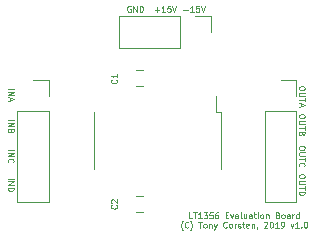
<source format=gbr>
G04 #@! TF.GenerationSoftware,KiCad,Pcbnew,(5.0.2)-1*
G04 #@! TF.CreationDate,2019-08-11T23:38:39-04:00*
G04 #@! TF.ProjectId,LT1356,4c543133-3536-42e6-9b69-6361645f7063,rev?*
G04 #@! TF.SameCoordinates,Original*
G04 #@! TF.FileFunction,Legend,Top*
G04 #@! TF.FilePolarity,Positive*
%FSLAX46Y46*%
G04 Gerber Fmt 4.6, Leading zero omitted, Abs format (unit mm)*
G04 Created by KiCad (PCBNEW (5.0.2)-1) date 8/11/2019 11:38:39 PM*
%MOMM*%
%LPD*%
G01*
G04 APERTURE LIST*
%ADD10C,0.060000*%
%ADD11C,0.120000*%
G04 APERTURE END LIST*
D10*
X135401809Y-88277000D02*
X135401809Y-88372238D01*
X135378000Y-88419857D01*
X135330380Y-88467476D01*
X135235142Y-88491285D01*
X135068476Y-88491285D01*
X134973238Y-88467476D01*
X134925619Y-88419857D01*
X134901809Y-88372238D01*
X134901809Y-88277000D01*
X134925619Y-88229380D01*
X134973238Y-88181761D01*
X135068476Y-88157952D01*
X135235142Y-88157952D01*
X135330380Y-88181761D01*
X135378000Y-88229380D01*
X135401809Y-88277000D01*
X135401809Y-88705571D02*
X134997047Y-88705571D01*
X134949428Y-88729380D01*
X134925619Y-88753190D01*
X134901809Y-88800809D01*
X134901809Y-88896047D01*
X134925619Y-88943666D01*
X134949428Y-88967476D01*
X134997047Y-88991285D01*
X135401809Y-88991285D01*
X135401809Y-89157952D02*
X135401809Y-89443666D01*
X134901809Y-89300809D02*
X135401809Y-89300809D01*
X134901809Y-89610333D02*
X135401809Y-89610333D01*
X135401809Y-89729380D01*
X135378000Y-89800809D01*
X135330380Y-89848428D01*
X135282761Y-89872238D01*
X135187523Y-89896047D01*
X135116095Y-89896047D01*
X135020857Y-89872238D01*
X134973238Y-89848428D01*
X134925619Y-89800809D01*
X134901809Y-89729380D01*
X134901809Y-89610333D01*
X135401809Y-85864000D02*
X135401809Y-85959238D01*
X135378000Y-86006857D01*
X135330380Y-86054476D01*
X135235142Y-86078285D01*
X135068476Y-86078285D01*
X134973238Y-86054476D01*
X134925619Y-86006857D01*
X134901809Y-85959238D01*
X134901809Y-85864000D01*
X134925619Y-85816380D01*
X134973238Y-85768761D01*
X135068476Y-85744952D01*
X135235142Y-85744952D01*
X135330380Y-85768761D01*
X135378000Y-85816380D01*
X135401809Y-85864000D01*
X135401809Y-86292571D02*
X134997047Y-86292571D01*
X134949428Y-86316380D01*
X134925619Y-86340190D01*
X134901809Y-86387809D01*
X134901809Y-86483047D01*
X134925619Y-86530666D01*
X134949428Y-86554476D01*
X134997047Y-86578285D01*
X135401809Y-86578285D01*
X135401809Y-86744952D02*
X135401809Y-87030666D01*
X134901809Y-86887809D02*
X135401809Y-86887809D01*
X134949428Y-87483047D02*
X134925619Y-87459238D01*
X134901809Y-87387809D01*
X134901809Y-87340190D01*
X134925619Y-87268761D01*
X134973238Y-87221142D01*
X135020857Y-87197333D01*
X135116095Y-87173523D01*
X135187523Y-87173523D01*
X135282761Y-87197333D01*
X135330380Y-87221142D01*
X135378000Y-87268761D01*
X135401809Y-87340190D01*
X135401809Y-87387809D01*
X135378000Y-87459238D01*
X135354190Y-87483047D01*
X135401809Y-83197000D02*
X135401809Y-83292238D01*
X135378000Y-83339857D01*
X135330380Y-83387476D01*
X135235142Y-83411285D01*
X135068476Y-83411285D01*
X134973238Y-83387476D01*
X134925619Y-83339857D01*
X134901809Y-83292238D01*
X134901809Y-83197000D01*
X134925619Y-83149380D01*
X134973238Y-83101761D01*
X135068476Y-83077952D01*
X135235142Y-83077952D01*
X135330380Y-83101761D01*
X135378000Y-83149380D01*
X135401809Y-83197000D01*
X135401809Y-83625571D02*
X134997047Y-83625571D01*
X134949428Y-83649380D01*
X134925619Y-83673190D01*
X134901809Y-83720809D01*
X134901809Y-83816047D01*
X134925619Y-83863666D01*
X134949428Y-83887476D01*
X134997047Y-83911285D01*
X135401809Y-83911285D01*
X135401809Y-84077952D02*
X135401809Y-84363666D01*
X134901809Y-84220809D02*
X135401809Y-84220809D01*
X135163714Y-84697000D02*
X135139904Y-84768428D01*
X135116095Y-84792238D01*
X135068476Y-84816047D01*
X134997047Y-84816047D01*
X134949428Y-84792238D01*
X134925619Y-84768428D01*
X134901809Y-84720809D01*
X134901809Y-84530333D01*
X135401809Y-84530333D01*
X135401809Y-84697000D01*
X135378000Y-84744619D01*
X135354190Y-84768428D01*
X135306571Y-84792238D01*
X135258952Y-84792238D01*
X135211333Y-84768428D01*
X135187523Y-84744619D01*
X135163714Y-84697000D01*
X135163714Y-84530333D01*
X135401809Y-80819714D02*
X135401809Y-80914952D01*
X135378000Y-80962571D01*
X135330380Y-81010190D01*
X135235142Y-81034000D01*
X135068476Y-81034000D01*
X134973238Y-81010190D01*
X134925619Y-80962571D01*
X134901809Y-80914952D01*
X134901809Y-80819714D01*
X134925619Y-80772095D01*
X134973238Y-80724476D01*
X135068476Y-80700666D01*
X135235142Y-80700666D01*
X135330380Y-80724476D01*
X135378000Y-80772095D01*
X135401809Y-80819714D01*
X135401809Y-81248285D02*
X134997047Y-81248285D01*
X134949428Y-81272095D01*
X134925619Y-81295904D01*
X134901809Y-81343523D01*
X134901809Y-81438761D01*
X134925619Y-81486380D01*
X134949428Y-81510190D01*
X134997047Y-81534000D01*
X135401809Y-81534000D01*
X135401809Y-81700666D02*
X135401809Y-81986380D01*
X134901809Y-81843523D02*
X135401809Y-81843523D01*
X135044666Y-82129238D02*
X135044666Y-82367333D01*
X134901809Y-82081619D02*
X135401809Y-82248285D01*
X134901809Y-82414952D01*
X110263809Y-88515095D02*
X110763809Y-88515095D01*
X110263809Y-88753190D02*
X110763809Y-88753190D01*
X110263809Y-89038904D01*
X110763809Y-89038904D01*
X110263809Y-89277000D02*
X110763809Y-89277000D01*
X110763809Y-89396047D01*
X110740000Y-89467476D01*
X110692380Y-89515095D01*
X110644761Y-89538904D01*
X110549523Y-89562714D01*
X110478095Y-89562714D01*
X110382857Y-89538904D01*
X110335238Y-89515095D01*
X110287619Y-89467476D01*
X110263809Y-89396047D01*
X110263809Y-89277000D01*
X110263809Y-86102095D02*
X110763809Y-86102095D01*
X110263809Y-86340190D02*
X110763809Y-86340190D01*
X110263809Y-86625904D01*
X110763809Y-86625904D01*
X110311428Y-87149714D02*
X110287619Y-87125904D01*
X110263809Y-87054476D01*
X110263809Y-87006857D01*
X110287619Y-86935428D01*
X110335238Y-86887809D01*
X110382857Y-86864000D01*
X110478095Y-86840190D01*
X110549523Y-86840190D01*
X110644761Y-86864000D01*
X110692380Y-86887809D01*
X110740000Y-86935428D01*
X110763809Y-87006857D01*
X110763809Y-87054476D01*
X110740000Y-87125904D01*
X110716190Y-87149714D01*
X110263809Y-83562095D02*
X110763809Y-83562095D01*
X110263809Y-83800190D02*
X110763809Y-83800190D01*
X110263809Y-84085904D01*
X110763809Y-84085904D01*
X110525714Y-84490666D02*
X110501904Y-84562095D01*
X110478095Y-84585904D01*
X110430476Y-84609714D01*
X110359047Y-84609714D01*
X110311428Y-84585904D01*
X110287619Y-84562095D01*
X110263809Y-84514476D01*
X110263809Y-84324000D01*
X110763809Y-84324000D01*
X110763809Y-84490666D01*
X110740000Y-84538285D01*
X110716190Y-84562095D01*
X110668571Y-84585904D01*
X110620952Y-84585904D01*
X110573333Y-84562095D01*
X110549523Y-84538285D01*
X110525714Y-84490666D01*
X110525714Y-84324000D01*
X110263809Y-80930809D02*
X110763809Y-80930809D01*
X110263809Y-81168904D02*
X110763809Y-81168904D01*
X110263809Y-81454619D01*
X110763809Y-81454619D01*
X110406666Y-81668904D02*
X110406666Y-81907000D01*
X110263809Y-81621285D02*
X110763809Y-81787952D01*
X110263809Y-81954619D01*
X125103047Y-74203714D02*
X125484000Y-74203714D01*
X125984000Y-74394190D02*
X125698285Y-74394190D01*
X125841142Y-74394190D02*
X125841142Y-73894190D01*
X125793523Y-73965619D01*
X125745904Y-74013238D01*
X125698285Y-74037047D01*
X126436380Y-73894190D02*
X126198285Y-73894190D01*
X126174476Y-74132285D01*
X126198285Y-74108476D01*
X126245904Y-74084666D01*
X126364952Y-74084666D01*
X126412571Y-74108476D01*
X126436380Y-74132285D01*
X126460190Y-74179904D01*
X126460190Y-74298952D01*
X126436380Y-74346571D01*
X126412571Y-74370380D01*
X126364952Y-74394190D01*
X126245904Y-74394190D01*
X126198285Y-74370380D01*
X126174476Y-74346571D01*
X126603047Y-73894190D02*
X126769714Y-74394190D01*
X126936380Y-73894190D01*
X122690047Y-74203714D02*
X123071000Y-74203714D01*
X122880523Y-74394190D02*
X122880523Y-74013238D01*
X123571000Y-74394190D02*
X123285285Y-74394190D01*
X123428142Y-74394190D02*
X123428142Y-73894190D01*
X123380523Y-73965619D01*
X123332904Y-74013238D01*
X123285285Y-74037047D01*
X124023380Y-73894190D02*
X123785285Y-73894190D01*
X123761476Y-74132285D01*
X123785285Y-74108476D01*
X123832904Y-74084666D01*
X123951952Y-74084666D01*
X123999571Y-74108476D01*
X124023380Y-74132285D01*
X124047190Y-74179904D01*
X124047190Y-74298952D01*
X124023380Y-74346571D01*
X123999571Y-74370380D01*
X123951952Y-74394190D01*
X123832904Y-74394190D01*
X123785285Y-74370380D01*
X123761476Y-74346571D01*
X124190047Y-73894190D02*
X124356714Y-74394190D01*
X124523380Y-73894190D01*
X120650047Y-73918000D02*
X120602428Y-73894190D01*
X120531000Y-73894190D01*
X120459571Y-73918000D01*
X120411952Y-73965619D01*
X120388142Y-74013238D01*
X120364333Y-74108476D01*
X120364333Y-74179904D01*
X120388142Y-74275142D01*
X120411952Y-74322761D01*
X120459571Y-74370380D01*
X120531000Y-74394190D01*
X120578619Y-74394190D01*
X120650047Y-74370380D01*
X120673857Y-74346571D01*
X120673857Y-74179904D01*
X120578619Y-74179904D01*
X120888142Y-74394190D02*
X120888142Y-73894190D01*
X121173857Y-74394190D01*
X121173857Y-73894190D01*
X121411952Y-74394190D02*
X121411952Y-73894190D01*
X121531000Y-73894190D01*
X121602428Y-73918000D01*
X121650047Y-73965619D01*
X121673857Y-74013238D01*
X121697666Y-74108476D01*
X121697666Y-74179904D01*
X121673857Y-74275142D01*
X121650047Y-74322761D01*
X121602428Y-74370380D01*
X121531000Y-74394190D01*
X121411952Y-74394190D01*
X125858342Y-91870790D02*
X125620247Y-91870790D01*
X125620247Y-91370790D01*
X125953580Y-91370790D02*
X126239295Y-91370790D01*
X126096438Y-91870790D02*
X126096438Y-91370790D01*
X126667866Y-91870790D02*
X126382152Y-91870790D01*
X126525009Y-91870790D02*
X126525009Y-91370790D01*
X126477390Y-91442219D01*
X126429771Y-91489838D01*
X126382152Y-91513647D01*
X126834533Y-91370790D02*
X127144057Y-91370790D01*
X126977390Y-91561266D01*
X127048819Y-91561266D01*
X127096438Y-91585076D01*
X127120247Y-91608885D01*
X127144057Y-91656504D01*
X127144057Y-91775552D01*
X127120247Y-91823171D01*
X127096438Y-91846980D01*
X127048819Y-91870790D01*
X126905961Y-91870790D01*
X126858342Y-91846980D01*
X126834533Y-91823171D01*
X127596438Y-91370790D02*
X127358342Y-91370790D01*
X127334533Y-91608885D01*
X127358342Y-91585076D01*
X127405961Y-91561266D01*
X127525009Y-91561266D01*
X127572628Y-91585076D01*
X127596438Y-91608885D01*
X127620247Y-91656504D01*
X127620247Y-91775552D01*
X127596438Y-91823171D01*
X127572628Y-91846980D01*
X127525009Y-91870790D01*
X127405961Y-91870790D01*
X127358342Y-91846980D01*
X127334533Y-91823171D01*
X128048819Y-91370790D02*
X127953580Y-91370790D01*
X127905961Y-91394600D01*
X127882152Y-91418409D01*
X127834533Y-91489838D01*
X127810723Y-91585076D01*
X127810723Y-91775552D01*
X127834533Y-91823171D01*
X127858342Y-91846980D01*
X127905961Y-91870790D01*
X128001200Y-91870790D01*
X128048819Y-91846980D01*
X128072628Y-91823171D01*
X128096438Y-91775552D01*
X128096438Y-91656504D01*
X128072628Y-91608885D01*
X128048819Y-91585076D01*
X128001200Y-91561266D01*
X127905961Y-91561266D01*
X127858342Y-91585076D01*
X127834533Y-91608885D01*
X127810723Y-91656504D01*
X128691676Y-91608885D02*
X128858342Y-91608885D01*
X128929771Y-91870790D02*
X128691676Y-91870790D01*
X128691676Y-91370790D01*
X128929771Y-91370790D01*
X129096438Y-91537457D02*
X129215485Y-91870790D01*
X129334533Y-91537457D01*
X129739295Y-91870790D02*
X129739295Y-91608885D01*
X129715485Y-91561266D01*
X129667866Y-91537457D01*
X129572628Y-91537457D01*
X129525009Y-91561266D01*
X129739295Y-91846980D02*
X129691676Y-91870790D01*
X129572628Y-91870790D01*
X129525009Y-91846980D01*
X129501200Y-91799361D01*
X129501200Y-91751742D01*
X129525009Y-91704123D01*
X129572628Y-91680314D01*
X129691676Y-91680314D01*
X129739295Y-91656504D01*
X130048819Y-91870790D02*
X130001200Y-91846980D01*
X129977390Y-91799361D01*
X129977390Y-91370790D01*
X130453580Y-91537457D02*
X130453580Y-91870790D01*
X130239295Y-91537457D02*
X130239295Y-91799361D01*
X130263104Y-91846980D01*
X130310723Y-91870790D01*
X130382152Y-91870790D01*
X130429771Y-91846980D01*
X130453580Y-91823171D01*
X130905961Y-91870790D02*
X130905961Y-91608885D01*
X130882152Y-91561266D01*
X130834533Y-91537457D01*
X130739295Y-91537457D01*
X130691676Y-91561266D01*
X130905961Y-91846980D02*
X130858342Y-91870790D01*
X130739295Y-91870790D01*
X130691676Y-91846980D01*
X130667866Y-91799361D01*
X130667866Y-91751742D01*
X130691676Y-91704123D01*
X130739295Y-91680314D01*
X130858342Y-91680314D01*
X130905961Y-91656504D01*
X131072628Y-91537457D02*
X131263104Y-91537457D01*
X131144057Y-91370790D02*
X131144057Y-91799361D01*
X131167866Y-91846980D01*
X131215485Y-91870790D01*
X131263104Y-91870790D01*
X131429771Y-91870790D02*
X131429771Y-91537457D01*
X131429771Y-91370790D02*
X131405961Y-91394600D01*
X131429771Y-91418409D01*
X131453580Y-91394600D01*
X131429771Y-91370790D01*
X131429771Y-91418409D01*
X131739295Y-91870790D02*
X131691676Y-91846980D01*
X131667866Y-91823171D01*
X131644057Y-91775552D01*
X131644057Y-91632695D01*
X131667866Y-91585076D01*
X131691676Y-91561266D01*
X131739295Y-91537457D01*
X131810723Y-91537457D01*
X131858342Y-91561266D01*
X131882152Y-91585076D01*
X131905961Y-91632695D01*
X131905961Y-91775552D01*
X131882152Y-91823171D01*
X131858342Y-91846980D01*
X131810723Y-91870790D01*
X131739295Y-91870790D01*
X132120247Y-91537457D02*
X132120247Y-91870790D01*
X132120247Y-91585076D02*
X132144057Y-91561266D01*
X132191676Y-91537457D01*
X132263104Y-91537457D01*
X132310723Y-91561266D01*
X132334533Y-91608885D01*
X132334533Y-91870790D01*
X133120247Y-91608885D02*
X133191676Y-91632695D01*
X133215485Y-91656504D01*
X133239295Y-91704123D01*
X133239295Y-91775552D01*
X133215485Y-91823171D01*
X133191676Y-91846980D01*
X133144057Y-91870790D01*
X132953580Y-91870790D01*
X132953580Y-91370790D01*
X133120247Y-91370790D01*
X133167866Y-91394600D01*
X133191676Y-91418409D01*
X133215485Y-91466028D01*
X133215485Y-91513647D01*
X133191676Y-91561266D01*
X133167866Y-91585076D01*
X133120247Y-91608885D01*
X132953580Y-91608885D01*
X133525009Y-91870790D02*
X133477390Y-91846980D01*
X133453580Y-91823171D01*
X133429771Y-91775552D01*
X133429771Y-91632695D01*
X133453580Y-91585076D01*
X133477390Y-91561266D01*
X133525009Y-91537457D01*
X133596438Y-91537457D01*
X133644057Y-91561266D01*
X133667866Y-91585076D01*
X133691676Y-91632695D01*
X133691676Y-91775552D01*
X133667866Y-91823171D01*
X133644057Y-91846980D01*
X133596438Y-91870790D01*
X133525009Y-91870790D01*
X134120247Y-91870790D02*
X134120247Y-91608885D01*
X134096438Y-91561266D01*
X134048819Y-91537457D01*
X133953580Y-91537457D01*
X133905961Y-91561266D01*
X134120247Y-91846980D02*
X134072628Y-91870790D01*
X133953580Y-91870790D01*
X133905961Y-91846980D01*
X133882152Y-91799361D01*
X133882152Y-91751742D01*
X133905961Y-91704123D01*
X133953580Y-91680314D01*
X134072628Y-91680314D01*
X134120247Y-91656504D01*
X134358342Y-91870790D02*
X134358342Y-91537457D01*
X134358342Y-91632695D02*
X134382152Y-91585076D01*
X134405961Y-91561266D01*
X134453580Y-91537457D01*
X134501200Y-91537457D01*
X134882152Y-91870790D02*
X134882152Y-91370790D01*
X134882152Y-91846980D02*
X134834533Y-91870790D01*
X134739295Y-91870790D01*
X134691676Y-91846980D01*
X134667866Y-91823171D01*
X134644057Y-91775552D01*
X134644057Y-91632695D01*
X134667866Y-91585076D01*
X134691676Y-91561266D01*
X134739295Y-91537457D01*
X134834533Y-91537457D01*
X134882152Y-91561266D01*
X125060723Y-92871266D02*
X125036914Y-92847457D01*
X124989295Y-92776028D01*
X124965485Y-92728409D01*
X124941676Y-92656980D01*
X124917866Y-92537933D01*
X124917866Y-92442695D01*
X124941676Y-92323647D01*
X124965485Y-92252219D01*
X124989295Y-92204600D01*
X125036914Y-92133171D01*
X125060723Y-92109361D01*
X125536914Y-92633171D02*
X125513104Y-92656980D01*
X125441676Y-92680790D01*
X125394057Y-92680790D01*
X125322628Y-92656980D01*
X125275009Y-92609361D01*
X125251200Y-92561742D01*
X125227390Y-92466504D01*
X125227390Y-92395076D01*
X125251200Y-92299838D01*
X125275009Y-92252219D01*
X125322628Y-92204600D01*
X125394057Y-92180790D01*
X125441676Y-92180790D01*
X125513104Y-92204600D01*
X125536914Y-92228409D01*
X125703580Y-92871266D02*
X125727390Y-92847457D01*
X125775009Y-92776028D01*
X125798819Y-92728409D01*
X125822628Y-92656980D01*
X125846438Y-92537933D01*
X125846438Y-92442695D01*
X125822628Y-92323647D01*
X125798819Y-92252219D01*
X125775009Y-92204600D01*
X125727390Y-92133171D01*
X125703580Y-92109361D01*
X126394057Y-92180790D02*
X126679771Y-92180790D01*
X126536914Y-92680790D02*
X126536914Y-92180790D01*
X126917866Y-92680790D02*
X126870247Y-92656980D01*
X126846438Y-92633171D01*
X126822628Y-92585552D01*
X126822628Y-92442695D01*
X126846438Y-92395076D01*
X126870247Y-92371266D01*
X126917866Y-92347457D01*
X126989295Y-92347457D01*
X127036914Y-92371266D01*
X127060723Y-92395076D01*
X127084533Y-92442695D01*
X127084533Y-92585552D01*
X127060723Y-92633171D01*
X127036914Y-92656980D01*
X126989295Y-92680790D01*
X126917866Y-92680790D01*
X127298819Y-92347457D02*
X127298819Y-92680790D01*
X127298819Y-92395076D02*
X127322628Y-92371266D01*
X127370247Y-92347457D01*
X127441676Y-92347457D01*
X127489295Y-92371266D01*
X127513104Y-92418885D01*
X127513104Y-92680790D01*
X127703580Y-92347457D02*
X127822628Y-92680790D01*
X127941676Y-92347457D02*
X127822628Y-92680790D01*
X127775009Y-92799838D01*
X127751200Y-92823647D01*
X127703580Y-92847457D01*
X128798819Y-92633171D02*
X128775009Y-92656980D01*
X128703580Y-92680790D01*
X128655961Y-92680790D01*
X128584533Y-92656980D01*
X128536914Y-92609361D01*
X128513104Y-92561742D01*
X128489295Y-92466504D01*
X128489295Y-92395076D01*
X128513104Y-92299838D01*
X128536914Y-92252219D01*
X128584533Y-92204600D01*
X128655961Y-92180790D01*
X128703580Y-92180790D01*
X128775009Y-92204600D01*
X128798819Y-92228409D01*
X129084533Y-92680790D02*
X129036914Y-92656980D01*
X129013104Y-92633171D01*
X128989295Y-92585552D01*
X128989295Y-92442695D01*
X129013104Y-92395076D01*
X129036914Y-92371266D01*
X129084533Y-92347457D01*
X129155961Y-92347457D01*
X129203580Y-92371266D01*
X129227390Y-92395076D01*
X129251200Y-92442695D01*
X129251200Y-92585552D01*
X129227390Y-92633171D01*
X129203580Y-92656980D01*
X129155961Y-92680790D01*
X129084533Y-92680790D01*
X129465485Y-92680790D02*
X129465485Y-92347457D01*
X129465485Y-92442695D02*
X129489295Y-92395076D01*
X129513104Y-92371266D01*
X129560723Y-92347457D01*
X129608342Y-92347457D01*
X129751200Y-92656980D02*
X129798819Y-92680790D01*
X129894057Y-92680790D01*
X129941676Y-92656980D01*
X129965485Y-92609361D01*
X129965485Y-92585552D01*
X129941676Y-92537933D01*
X129894057Y-92514123D01*
X129822628Y-92514123D01*
X129775009Y-92490314D01*
X129751200Y-92442695D01*
X129751200Y-92418885D01*
X129775009Y-92371266D01*
X129822628Y-92347457D01*
X129894057Y-92347457D01*
X129941676Y-92371266D01*
X130108342Y-92347457D02*
X130298819Y-92347457D01*
X130179771Y-92180790D02*
X130179771Y-92609361D01*
X130203580Y-92656980D01*
X130251200Y-92680790D01*
X130298819Y-92680790D01*
X130655961Y-92656980D02*
X130608342Y-92680790D01*
X130513104Y-92680790D01*
X130465485Y-92656980D01*
X130441676Y-92609361D01*
X130441676Y-92418885D01*
X130465485Y-92371266D01*
X130513104Y-92347457D01*
X130608342Y-92347457D01*
X130655961Y-92371266D01*
X130679771Y-92418885D01*
X130679771Y-92466504D01*
X130441676Y-92514123D01*
X130894057Y-92347457D02*
X130894057Y-92680790D01*
X130894057Y-92395076D02*
X130917866Y-92371266D01*
X130965485Y-92347457D01*
X131036914Y-92347457D01*
X131084533Y-92371266D01*
X131108342Y-92418885D01*
X131108342Y-92680790D01*
X131370247Y-92656980D02*
X131370247Y-92680790D01*
X131346438Y-92728409D01*
X131322628Y-92752219D01*
X131941676Y-92228409D02*
X131965485Y-92204600D01*
X132013104Y-92180790D01*
X132132152Y-92180790D01*
X132179771Y-92204600D01*
X132203580Y-92228409D01*
X132227390Y-92276028D01*
X132227390Y-92323647D01*
X132203580Y-92395076D01*
X131917866Y-92680790D01*
X132227390Y-92680790D01*
X132536914Y-92180790D02*
X132584533Y-92180790D01*
X132632152Y-92204600D01*
X132655961Y-92228409D01*
X132679771Y-92276028D01*
X132703580Y-92371266D01*
X132703580Y-92490314D01*
X132679771Y-92585552D01*
X132655961Y-92633171D01*
X132632152Y-92656980D01*
X132584533Y-92680790D01*
X132536914Y-92680790D01*
X132489295Y-92656980D01*
X132465485Y-92633171D01*
X132441676Y-92585552D01*
X132417866Y-92490314D01*
X132417866Y-92371266D01*
X132441676Y-92276028D01*
X132465485Y-92228409D01*
X132489295Y-92204600D01*
X132536914Y-92180790D01*
X133179771Y-92680790D02*
X132894057Y-92680790D01*
X133036914Y-92680790D02*
X133036914Y-92180790D01*
X132989295Y-92252219D01*
X132941676Y-92299838D01*
X132894057Y-92323647D01*
X133417866Y-92680790D02*
X133513104Y-92680790D01*
X133560723Y-92656980D01*
X133584533Y-92633171D01*
X133632152Y-92561742D01*
X133655961Y-92466504D01*
X133655961Y-92276028D01*
X133632152Y-92228409D01*
X133608342Y-92204600D01*
X133560723Y-92180790D01*
X133465485Y-92180790D01*
X133417866Y-92204600D01*
X133394057Y-92228409D01*
X133370247Y-92276028D01*
X133370247Y-92395076D01*
X133394057Y-92442695D01*
X133417866Y-92466504D01*
X133465485Y-92490314D01*
X133560723Y-92490314D01*
X133608342Y-92466504D01*
X133632152Y-92442695D01*
X133655961Y-92395076D01*
X134203580Y-92347457D02*
X134322628Y-92680790D01*
X134441676Y-92347457D01*
X134894057Y-92680790D02*
X134608342Y-92680790D01*
X134751200Y-92680790D02*
X134751200Y-92180790D01*
X134703580Y-92252219D01*
X134655961Y-92299838D01*
X134608342Y-92323647D01*
X135108342Y-92633171D02*
X135132152Y-92656980D01*
X135108342Y-92680790D01*
X135084533Y-92656980D01*
X135108342Y-92633171D01*
X135108342Y-92680790D01*
X135441676Y-92180790D02*
X135489295Y-92180790D01*
X135536914Y-92204600D01*
X135560723Y-92228409D01*
X135584533Y-92276028D01*
X135608342Y-92371266D01*
X135608342Y-92490314D01*
X135584533Y-92585552D01*
X135560723Y-92633171D01*
X135536914Y-92656980D01*
X135489295Y-92680790D01*
X135441676Y-92680790D01*
X135394057Y-92656980D01*
X135370247Y-92633171D01*
X135346438Y-92585552D01*
X135322628Y-92490314D01*
X135322628Y-92371266D01*
X135346438Y-92276028D01*
X135370247Y-92228409D01*
X135394057Y-92204600D01*
X135441676Y-92180790D01*
D11*
G04 #@! TO.C,J2*
X111065000Y-82804000D02*
X113725000Y-82804000D01*
X111065000Y-82804000D02*
X111065000Y-90484000D01*
X111065000Y-90484000D02*
X113725000Y-90484000D01*
X113725000Y-82804000D02*
X113725000Y-90484000D01*
X113725000Y-80204000D02*
X113725000Y-81534000D01*
X112395000Y-80204000D02*
X113725000Y-80204000D01*
G04 #@! TO.C,J3*
X133350000Y-80204000D02*
X134680000Y-80204000D01*
X134680000Y-80204000D02*
X134680000Y-81534000D01*
X134680000Y-82804000D02*
X134680000Y-90484000D01*
X132020000Y-90484000D02*
X134680000Y-90484000D01*
X132020000Y-82804000D02*
X132020000Y-90484000D01*
X132020000Y-82804000D02*
X134680000Y-82804000D01*
G04 #@! TO.C,U1*
X128319569Y-82905565D02*
X127919569Y-82905565D01*
X127919569Y-82905565D02*
X127919569Y-81505565D01*
X128319569Y-82905565D02*
X128319569Y-87705565D01*
X117519569Y-82905565D02*
X117519569Y-87705565D01*
G04 #@! TO.C,C1*
X121673252Y-79300000D02*
X121150748Y-79300000D01*
X121673252Y-80720000D02*
X121150748Y-80720000D01*
G04 #@! TO.C,C2*
X121150748Y-89968000D02*
X121673252Y-89968000D01*
X121150748Y-91388000D02*
X121673252Y-91388000D01*
G04 #@! TO.C,J1*
X119685760Y-74778560D02*
X119685760Y-77438560D01*
X124825760Y-74778560D02*
X119685760Y-74778560D01*
X124825760Y-77438560D02*
X119685760Y-77438560D01*
X124825760Y-74778560D02*
X124825760Y-77438560D01*
X126095760Y-74778560D02*
X127425760Y-74778560D01*
X127425760Y-74778560D02*
X127425760Y-76108560D01*
G04 #@! TO.C,C1*
D10*
X119456971Y-80144133D02*
X119480780Y-80167942D01*
X119504590Y-80239371D01*
X119504590Y-80286990D01*
X119480780Y-80358419D01*
X119433161Y-80406038D01*
X119385542Y-80429847D01*
X119290304Y-80453657D01*
X119218876Y-80453657D01*
X119123638Y-80429847D01*
X119076019Y-80406038D01*
X119028400Y-80358419D01*
X119004590Y-80286990D01*
X119004590Y-80239371D01*
X119028400Y-80167942D01*
X119052209Y-80144133D01*
X119504590Y-79667942D02*
X119504590Y-79953657D01*
X119504590Y-79810800D02*
X119004590Y-79810800D01*
X119076019Y-79858419D01*
X119123638Y-79906038D01*
X119147447Y-79953657D01*
G04 #@! TO.C,C2*
X119456971Y-90761333D02*
X119480780Y-90785142D01*
X119504590Y-90856571D01*
X119504590Y-90904190D01*
X119480780Y-90975619D01*
X119433161Y-91023238D01*
X119385542Y-91047047D01*
X119290304Y-91070857D01*
X119218876Y-91070857D01*
X119123638Y-91047047D01*
X119076019Y-91023238D01*
X119028400Y-90975619D01*
X119004590Y-90904190D01*
X119004590Y-90856571D01*
X119028400Y-90785142D01*
X119052209Y-90761333D01*
X119052209Y-90570857D02*
X119028400Y-90547047D01*
X119004590Y-90499428D01*
X119004590Y-90380380D01*
X119028400Y-90332761D01*
X119052209Y-90308952D01*
X119099828Y-90285142D01*
X119147447Y-90285142D01*
X119218876Y-90308952D01*
X119504590Y-90594666D01*
X119504590Y-90285142D01*
G04 #@! TD*
M02*

</source>
